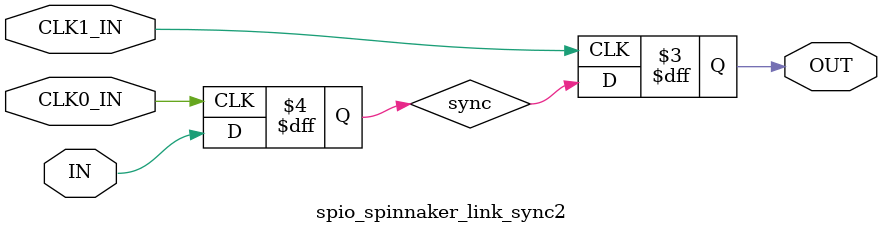
<source format=v>


`timescale 1ns / 1ps
module spio_spinnaker_link_sync2 #
(
  parameter SIZE = 1
)
(
  input                   CLK0_IN,
  input                   CLK1_IN,
  input      [SIZE - 1:0] IN,
  output reg [SIZE - 1:0] OUT
);

  //---------------------------------------------------------------
  // internal signals
  //---------------------------------------------------------------
  reg  [SIZE - 1:0] sync;

   
  //+++++++++++++++++++++++++++++++++++++++++++++++++++++++++++++++
  //--------------------------- datapath --------------------------
  //+++++++++++++++++++++++++++++++++++++++++++++++++++++++++++++++
  // flops
  always @ (posedge CLK0_IN)
       sync <= IN;

  always @ (posedge CLK1_IN)
       OUT  <= sync;
  //+++++++++++++++++++++++++++++++++++++++++++++++++++++++++++++++
endmodule

</source>
